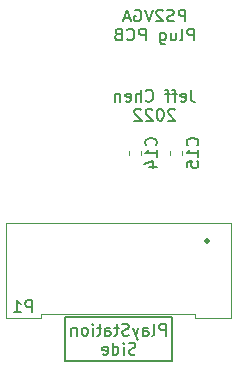
<source format=gbr>
%TF.GenerationSoftware,KiCad,Pcbnew,(6.0.6-0)*%
%TF.CreationDate,2022-07-06T00:09:10-04:00*%
%TF.ProjectId,PS2VGA Plug PCB,50533256-4741-4205-906c-756720504342,rev?*%
%TF.SameCoordinates,Original*%
%TF.FileFunction,Legend,Bot*%
%TF.FilePolarity,Positive*%
%FSLAX46Y46*%
G04 Gerber Fmt 4.6, Leading zero omitted, Abs format (unit mm)*
G04 Created by KiCad (PCBNEW (6.0.6-0)) date 2022-07-06 00:09:10*
%MOMM*%
%LPD*%
G01*
G04 APERTURE LIST*
%ADD10C,0.150000*%
%ADD11C,0.160000*%
%ADD12C,0.120000*%
%ADD13C,0.500000*%
G04 APERTURE END LIST*
D10*
X146000000Y-116850000D02*
X155070000Y-116850000D01*
X146000000Y-120570000D02*
X146000000Y-116850000D01*
X155070000Y-120570000D02*
X146000000Y-120570000D01*
X155070000Y-116850000D02*
X155070000Y-120570000D01*
D11*
X156161428Y-91797380D02*
X156161428Y-90797380D01*
X155780476Y-90797380D01*
X155685238Y-90845000D01*
X155637619Y-90892619D01*
X155590000Y-90987857D01*
X155590000Y-91130714D01*
X155637619Y-91225952D01*
X155685238Y-91273571D01*
X155780476Y-91321190D01*
X156161428Y-91321190D01*
X155209047Y-91749761D02*
X155066190Y-91797380D01*
X154828095Y-91797380D01*
X154732857Y-91749761D01*
X154685238Y-91702142D01*
X154637619Y-91606904D01*
X154637619Y-91511666D01*
X154685238Y-91416428D01*
X154732857Y-91368809D01*
X154828095Y-91321190D01*
X155018571Y-91273571D01*
X155113809Y-91225952D01*
X155161428Y-91178333D01*
X155209047Y-91083095D01*
X155209047Y-90987857D01*
X155161428Y-90892619D01*
X155113809Y-90845000D01*
X155018571Y-90797380D01*
X154780476Y-90797380D01*
X154637619Y-90845000D01*
X154256666Y-90892619D02*
X154209047Y-90845000D01*
X154113809Y-90797380D01*
X153875714Y-90797380D01*
X153780476Y-90845000D01*
X153732857Y-90892619D01*
X153685238Y-90987857D01*
X153685238Y-91083095D01*
X153732857Y-91225952D01*
X154304285Y-91797380D01*
X153685238Y-91797380D01*
X153399523Y-90797380D02*
X153066190Y-91797380D01*
X152732857Y-90797380D01*
X151875714Y-90845000D02*
X151970952Y-90797380D01*
X152113809Y-90797380D01*
X152256666Y-90845000D01*
X152351904Y-90940238D01*
X152399523Y-91035476D01*
X152447142Y-91225952D01*
X152447142Y-91368809D01*
X152399523Y-91559285D01*
X152351904Y-91654523D01*
X152256666Y-91749761D01*
X152113809Y-91797380D01*
X152018571Y-91797380D01*
X151875714Y-91749761D01*
X151828095Y-91702142D01*
X151828095Y-91368809D01*
X152018571Y-91368809D01*
X151447142Y-91511666D02*
X150970952Y-91511666D01*
X151542380Y-91797380D02*
X151209047Y-90797380D01*
X150875714Y-91797380D01*
X156899523Y-93407380D02*
X156899523Y-92407380D01*
X156518571Y-92407380D01*
X156423333Y-92455000D01*
X156375714Y-92502619D01*
X156328095Y-92597857D01*
X156328095Y-92740714D01*
X156375714Y-92835952D01*
X156423333Y-92883571D01*
X156518571Y-92931190D01*
X156899523Y-92931190D01*
X155756666Y-93407380D02*
X155851904Y-93359761D01*
X155899523Y-93264523D01*
X155899523Y-92407380D01*
X154947142Y-92740714D02*
X154947142Y-93407380D01*
X155375714Y-92740714D02*
X155375714Y-93264523D01*
X155328095Y-93359761D01*
X155232857Y-93407380D01*
X155090000Y-93407380D01*
X154994761Y-93359761D01*
X154947142Y-93312142D01*
X154042380Y-92740714D02*
X154042380Y-93550238D01*
X154090000Y-93645476D01*
X154137619Y-93693095D01*
X154232857Y-93740714D01*
X154375714Y-93740714D01*
X154470952Y-93693095D01*
X154042380Y-93359761D02*
X154137619Y-93407380D01*
X154328095Y-93407380D01*
X154423333Y-93359761D01*
X154470952Y-93312142D01*
X154518571Y-93216904D01*
X154518571Y-92931190D01*
X154470952Y-92835952D01*
X154423333Y-92788333D01*
X154328095Y-92740714D01*
X154137619Y-92740714D01*
X154042380Y-92788333D01*
X152804285Y-93407380D02*
X152804285Y-92407380D01*
X152423333Y-92407380D01*
X152328095Y-92455000D01*
X152280476Y-92502619D01*
X152232857Y-92597857D01*
X152232857Y-92740714D01*
X152280476Y-92835952D01*
X152328095Y-92883571D01*
X152423333Y-92931190D01*
X152804285Y-92931190D01*
X151232857Y-93312142D02*
X151280476Y-93359761D01*
X151423333Y-93407380D01*
X151518571Y-93407380D01*
X151661428Y-93359761D01*
X151756666Y-93264523D01*
X151804285Y-93169285D01*
X151851904Y-92978809D01*
X151851904Y-92835952D01*
X151804285Y-92645476D01*
X151756666Y-92550238D01*
X151661428Y-92455000D01*
X151518571Y-92407380D01*
X151423333Y-92407380D01*
X151280476Y-92455000D01*
X151232857Y-92502619D01*
X150470952Y-92883571D02*
X150328095Y-92931190D01*
X150280476Y-92978809D01*
X150232857Y-93074047D01*
X150232857Y-93216904D01*
X150280476Y-93312142D01*
X150328095Y-93359761D01*
X150423333Y-93407380D01*
X150804285Y-93407380D01*
X150804285Y-92407380D01*
X150470952Y-92407380D01*
X150375714Y-92455000D01*
X150328095Y-92502619D01*
X150280476Y-92597857D01*
X150280476Y-92693095D01*
X150328095Y-92788333D01*
X150375714Y-92835952D01*
X150470952Y-92883571D01*
X150804285Y-92883571D01*
D10*
X156631428Y-97577380D02*
X156631428Y-98291666D01*
X156679047Y-98434523D01*
X156774285Y-98529761D01*
X156917142Y-98577380D01*
X157012380Y-98577380D01*
X155774285Y-98529761D02*
X155869523Y-98577380D01*
X156060000Y-98577380D01*
X156155238Y-98529761D01*
X156202857Y-98434523D01*
X156202857Y-98053571D01*
X156155238Y-97958333D01*
X156060000Y-97910714D01*
X155869523Y-97910714D01*
X155774285Y-97958333D01*
X155726666Y-98053571D01*
X155726666Y-98148809D01*
X156202857Y-98244047D01*
X155440952Y-97910714D02*
X155060000Y-97910714D01*
X155298095Y-98577380D02*
X155298095Y-97720238D01*
X155250476Y-97625000D01*
X155155238Y-97577380D01*
X155060000Y-97577380D01*
X154869523Y-97910714D02*
X154488571Y-97910714D01*
X154726666Y-98577380D02*
X154726666Y-97720238D01*
X154679047Y-97625000D01*
X154583809Y-97577380D01*
X154488571Y-97577380D01*
X152821904Y-98482142D02*
X152869523Y-98529761D01*
X153012380Y-98577380D01*
X153107619Y-98577380D01*
X153250476Y-98529761D01*
X153345714Y-98434523D01*
X153393333Y-98339285D01*
X153440952Y-98148809D01*
X153440952Y-98005952D01*
X153393333Y-97815476D01*
X153345714Y-97720238D01*
X153250476Y-97625000D01*
X153107619Y-97577380D01*
X153012380Y-97577380D01*
X152869523Y-97625000D01*
X152821904Y-97672619D01*
X152393333Y-98577380D02*
X152393333Y-97577380D01*
X151964761Y-98577380D02*
X151964761Y-98053571D01*
X152012380Y-97958333D01*
X152107619Y-97910714D01*
X152250476Y-97910714D01*
X152345714Y-97958333D01*
X152393333Y-98005952D01*
X151107619Y-98529761D02*
X151202857Y-98577380D01*
X151393333Y-98577380D01*
X151488571Y-98529761D01*
X151536190Y-98434523D01*
X151536190Y-98053571D01*
X151488571Y-97958333D01*
X151393333Y-97910714D01*
X151202857Y-97910714D01*
X151107619Y-97958333D01*
X151060000Y-98053571D01*
X151060000Y-98148809D01*
X151536190Y-98244047D01*
X150631428Y-97910714D02*
X150631428Y-98577380D01*
X150631428Y-98005952D02*
X150583809Y-97958333D01*
X150488571Y-97910714D01*
X150345714Y-97910714D01*
X150250476Y-97958333D01*
X150202857Y-98053571D01*
X150202857Y-98577380D01*
X155274285Y-99282619D02*
X155226666Y-99235000D01*
X155131428Y-99187380D01*
X154893333Y-99187380D01*
X154798095Y-99235000D01*
X154750476Y-99282619D01*
X154702857Y-99377857D01*
X154702857Y-99473095D01*
X154750476Y-99615952D01*
X155321904Y-100187380D01*
X154702857Y-100187380D01*
X154083809Y-99187380D02*
X153988571Y-99187380D01*
X153893333Y-99235000D01*
X153845714Y-99282619D01*
X153798095Y-99377857D01*
X153750476Y-99568333D01*
X153750476Y-99806428D01*
X153798095Y-99996904D01*
X153845714Y-100092142D01*
X153893333Y-100139761D01*
X153988571Y-100187380D01*
X154083809Y-100187380D01*
X154179047Y-100139761D01*
X154226666Y-100092142D01*
X154274285Y-99996904D01*
X154321904Y-99806428D01*
X154321904Y-99568333D01*
X154274285Y-99377857D01*
X154226666Y-99282619D01*
X154179047Y-99235000D01*
X154083809Y-99187380D01*
X153369523Y-99282619D02*
X153321904Y-99235000D01*
X153226666Y-99187380D01*
X152988571Y-99187380D01*
X152893333Y-99235000D01*
X152845714Y-99282619D01*
X152798095Y-99377857D01*
X152798095Y-99473095D01*
X152845714Y-99615952D01*
X153417142Y-100187380D01*
X152798095Y-100187380D01*
X152417142Y-99282619D02*
X152369523Y-99235000D01*
X152274285Y-99187380D01*
X152036190Y-99187380D01*
X151940952Y-99235000D01*
X151893333Y-99282619D01*
X151845714Y-99377857D01*
X151845714Y-99473095D01*
X151893333Y-99615952D01*
X152464761Y-100187380D01*
X151845714Y-100187380D01*
X154530000Y-118397380D02*
X154530000Y-117397380D01*
X154149047Y-117397380D01*
X154053809Y-117445000D01*
X154006190Y-117492619D01*
X153958571Y-117587857D01*
X153958571Y-117730714D01*
X154006190Y-117825952D01*
X154053809Y-117873571D01*
X154149047Y-117921190D01*
X154530000Y-117921190D01*
X153387142Y-118397380D02*
X153482380Y-118349761D01*
X153530000Y-118254523D01*
X153530000Y-117397380D01*
X152577619Y-118397380D02*
X152577619Y-117873571D01*
X152625238Y-117778333D01*
X152720476Y-117730714D01*
X152910952Y-117730714D01*
X153006190Y-117778333D01*
X152577619Y-118349761D02*
X152672857Y-118397380D01*
X152910952Y-118397380D01*
X153006190Y-118349761D01*
X153053809Y-118254523D01*
X153053809Y-118159285D01*
X153006190Y-118064047D01*
X152910952Y-118016428D01*
X152672857Y-118016428D01*
X152577619Y-117968809D01*
X152196666Y-117730714D02*
X151958571Y-118397380D01*
X151720476Y-117730714D02*
X151958571Y-118397380D01*
X152053809Y-118635476D01*
X152101428Y-118683095D01*
X152196666Y-118730714D01*
X151387142Y-118349761D02*
X151244285Y-118397380D01*
X151006190Y-118397380D01*
X150910952Y-118349761D01*
X150863333Y-118302142D01*
X150815714Y-118206904D01*
X150815714Y-118111666D01*
X150863333Y-118016428D01*
X150910952Y-117968809D01*
X151006190Y-117921190D01*
X151196666Y-117873571D01*
X151291904Y-117825952D01*
X151339523Y-117778333D01*
X151387142Y-117683095D01*
X151387142Y-117587857D01*
X151339523Y-117492619D01*
X151291904Y-117445000D01*
X151196666Y-117397380D01*
X150958571Y-117397380D01*
X150815714Y-117445000D01*
X150530000Y-117730714D02*
X150149047Y-117730714D01*
X150387142Y-117397380D02*
X150387142Y-118254523D01*
X150339523Y-118349761D01*
X150244285Y-118397380D01*
X150149047Y-118397380D01*
X149387142Y-118397380D02*
X149387142Y-117873571D01*
X149434761Y-117778333D01*
X149530000Y-117730714D01*
X149720476Y-117730714D01*
X149815714Y-117778333D01*
X149387142Y-118349761D02*
X149482380Y-118397380D01*
X149720476Y-118397380D01*
X149815714Y-118349761D01*
X149863333Y-118254523D01*
X149863333Y-118159285D01*
X149815714Y-118064047D01*
X149720476Y-118016428D01*
X149482380Y-118016428D01*
X149387142Y-117968809D01*
X149053809Y-117730714D02*
X148672857Y-117730714D01*
X148910952Y-117397380D02*
X148910952Y-118254523D01*
X148863333Y-118349761D01*
X148768095Y-118397380D01*
X148672857Y-118397380D01*
X148339523Y-118397380D02*
X148339523Y-117730714D01*
X148339523Y-117397380D02*
X148387142Y-117445000D01*
X148339523Y-117492619D01*
X148291904Y-117445000D01*
X148339523Y-117397380D01*
X148339523Y-117492619D01*
X147720476Y-118397380D02*
X147815714Y-118349761D01*
X147863333Y-118302142D01*
X147910952Y-118206904D01*
X147910952Y-117921190D01*
X147863333Y-117825952D01*
X147815714Y-117778333D01*
X147720476Y-117730714D01*
X147577619Y-117730714D01*
X147482380Y-117778333D01*
X147434761Y-117825952D01*
X147387142Y-117921190D01*
X147387142Y-118206904D01*
X147434761Y-118302142D01*
X147482380Y-118349761D01*
X147577619Y-118397380D01*
X147720476Y-118397380D01*
X146958571Y-117730714D02*
X146958571Y-118397380D01*
X146958571Y-117825952D02*
X146910952Y-117778333D01*
X146815714Y-117730714D01*
X146672857Y-117730714D01*
X146577619Y-117778333D01*
X146530000Y-117873571D01*
X146530000Y-118397380D01*
X151934761Y-119959761D02*
X151791904Y-120007380D01*
X151553809Y-120007380D01*
X151458571Y-119959761D01*
X151410952Y-119912142D01*
X151363333Y-119816904D01*
X151363333Y-119721666D01*
X151410952Y-119626428D01*
X151458571Y-119578809D01*
X151553809Y-119531190D01*
X151744285Y-119483571D01*
X151839523Y-119435952D01*
X151887142Y-119388333D01*
X151934761Y-119293095D01*
X151934761Y-119197857D01*
X151887142Y-119102619D01*
X151839523Y-119055000D01*
X151744285Y-119007380D01*
X151506190Y-119007380D01*
X151363333Y-119055000D01*
X150934761Y-120007380D02*
X150934761Y-119340714D01*
X150934761Y-119007380D02*
X150982380Y-119055000D01*
X150934761Y-119102619D01*
X150887142Y-119055000D01*
X150934761Y-119007380D01*
X150934761Y-119102619D01*
X150030000Y-120007380D02*
X150030000Y-119007380D01*
X150030000Y-119959761D02*
X150125238Y-120007380D01*
X150315714Y-120007380D01*
X150410952Y-119959761D01*
X150458571Y-119912142D01*
X150506190Y-119816904D01*
X150506190Y-119531190D01*
X150458571Y-119435952D01*
X150410952Y-119388333D01*
X150315714Y-119340714D01*
X150125238Y-119340714D01*
X150030000Y-119388333D01*
X149172857Y-119959761D02*
X149268095Y-120007380D01*
X149458571Y-120007380D01*
X149553809Y-119959761D01*
X149601428Y-119864523D01*
X149601428Y-119483571D01*
X149553809Y-119388333D01*
X149458571Y-119340714D01*
X149268095Y-119340714D01*
X149172857Y-119388333D01*
X149125238Y-119483571D01*
X149125238Y-119578809D01*
X149601428Y-119674047D01*
%TO.C,C15*%
X157177142Y-102287142D02*
X157224761Y-102239523D01*
X157272380Y-102096666D01*
X157272380Y-102001428D01*
X157224761Y-101858571D01*
X157129523Y-101763333D01*
X157034285Y-101715714D01*
X156843809Y-101668095D01*
X156700952Y-101668095D01*
X156510476Y-101715714D01*
X156415238Y-101763333D01*
X156320000Y-101858571D01*
X156272380Y-102001428D01*
X156272380Y-102096666D01*
X156320000Y-102239523D01*
X156367619Y-102287142D01*
X157272380Y-103239523D02*
X157272380Y-102668095D01*
X157272380Y-102953809D02*
X156272380Y-102953809D01*
X156415238Y-102858571D01*
X156510476Y-102763333D01*
X156558095Y-102668095D01*
X156272380Y-104144285D02*
X156272380Y-103668095D01*
X156748571Y-103620476D01*
X156700952Y-103668095D01*
X156653333Y-103763333D01*
X156653333Y-104001428D01*
X156700952Y-104096666D01*
X156748571Y-104144285D01*
X156843809Y-104191904D01*
X157081904Y-104191904D01*
X157177142Y-104144285D01*
X157224761Y-104096666D01*
X157272380Y-104001428D01*
X157272380Y-103763333D01*
X157224761Y-103668095D01*
X157177142Y-103620476D01*
%TO.C,C14*%
X153657142Y-102287142D02*
X153704761Y-102239523D01*
X153752380Y-102096666D01*
X153752380Y-102001428D01*
X153704761Y-101858571D01*
X153609523Y-101763333D01*
X153514285Y-101715714D01*
X153323809Y-101668095D01*
X153180952Y-101668095D01*
X152990476Y-101715714D01*
X152895238Y-101763333D01*
X152800000Y-101858571D01*
X152752380Y-102001428D01*
X152752380Y-102096666D01*
X152800000Y-102239523D01*
X152847619Y-102287142D01*
X153752380Y-103239523D02*
X153752380Y-102668095D01*
X153752380Y-102953809D02*
X152752380Y-102953809D01*
X152895238Y-102858571D01*
X152990476Y-102763333D01*
X153038095Y-102668095D01*
X153085714Y-104096666D02*
X153752380Y-104096666D01*
X152704761Y-103858571D02*
X153419047Y-103620476D01*
X153419047Y-104239523D01*
%TO.C,P1*%
X143168095Y-116422380D02*
X143168095Y-115422380D01*
X142787142Y-115422380D01*
X142691904Y-115470000D01*
X142644285Y-115517619D01*
X142596666Y-115612857D01*
X142596666Y-115755714D01*
X142644285Y-115850952D01*
X142691904Y-115898571D01*
X142787142Y-115946190D01*
X143168095Y-115946190D01*
X141644285Y-116422380D02*
X142215714Y-116422380D01*
X141930000Y-116422380D02*
X141930000Y-115422380D01*
X142025238Y-115565238D01*
X142120476Y-115660476D01*
X142215714Y-115708095D01*
D12*
%TO.C,C15*%
X155900000Y-103070580D02*
X155900000Y-102789420D01*
X154880000Y-103070580D02*
X154880000Y-102789420D01*
%TO.C,C14*%
X151360000Y-103070580D02*
X151360000Y-102789420D01*
X152380000Y-103070580D02*
X152380000Y-102789420D01*
%TO.C,P1*%
X160015000Y-108890000D02*
X141015000Y-108890000D01*
X143990000Y-116600000D02*
X157020000Y-116600000D01*
X143990000Y-116890000D02*
X143990000Y-116640000D01*
X141015000Y-108890000D02*
X141015000Y-116890000D01*
X143990000Y-116890000D02*
X141015000Y-116890000D01*
X160015000Y-116890000D02*
X157020000Y-116890000D01*
X157020000Y-116600000D02*
X157020000Y-116890000D01*
X160015000Y-108890000D02*
X160015000Y-116890000D01*
D13*
X158000000Y-110420000D02*
G75*
G03*
X158000000Y-110420000I0J0D01*
G01*
%TD*%
M02*

</source>
